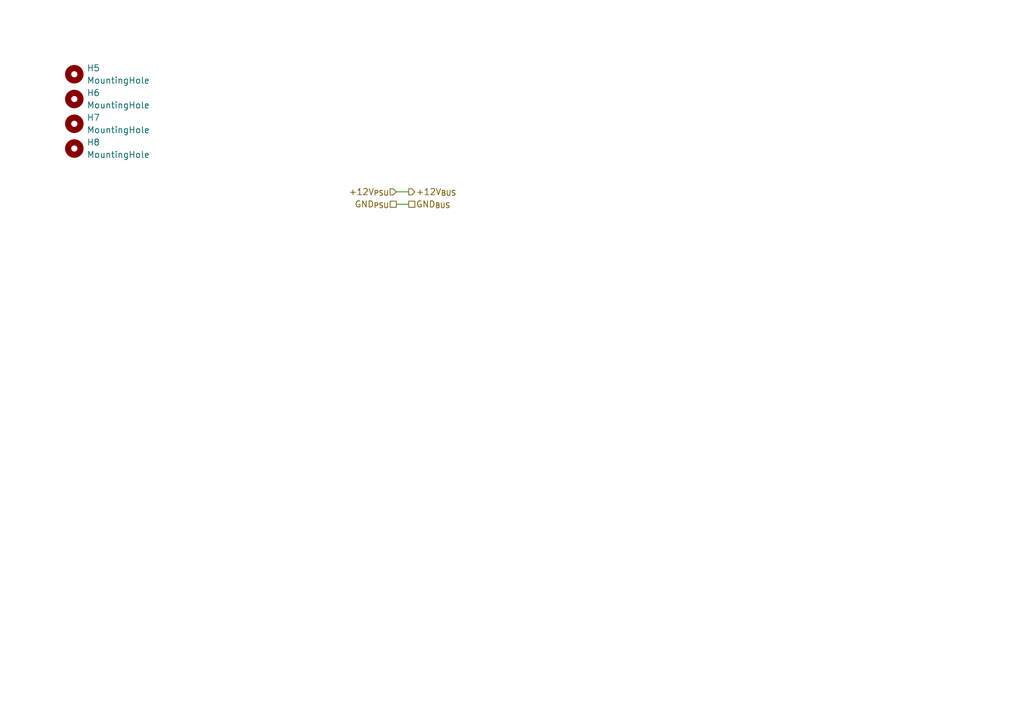
<source format=kicad_sch>
(kicad_sch (version 20250114) (generator "eeschema") (generator_version "9.0")
  (paper "A5")
  (title_block (title "Jumper") (rev "1") (company "Elias Sjögreen") (comment 1 "A jumper board used when you do not wish to use a second PSU or external UPS"))
  (lib_symbols
    (symbol "Mechanical:MountingHole" (pin_names (offset 1.016)) (in_bom no)
      (property "Reference" "H" (at 0 5.08 0))
      (property "Value" "MountingHole" (at 0 3.175 0))
      (symbol "MountingHole_0_1"
        (circle (center 0 0) (radius 1.27) (stroke (width 1.27)))
      )
    )
  )
  (wire (pts (xy 81.28 41.91) (xy 83.82 41.91)))
  (wire (pts (xy 81.28 39.37) (xy 83.82 39.37)))
  (hierarchical_label "GND_{BUS}" (shape passive) (at 83.82 41.91 0))
  (hierarchical_label "+12V_{PSU}" (shape input) (at 81.28 39.37 180))
  (hierarchical_label "GND_{PSU}" (shape passive) (at 81.28 41.91 180))
  (hierarchical_label "+12V_{BUS}" (shape output) (at 83.82 39.37 0))
  (symbol (lib_id "Mechanical:MountingHole") (at 15.24 15.24 0) (unit 1) (in_bom no)
    (property "Reference" "H5" (at 17.78 13.9699 0) (effects (justify left)))
    (property "Value" "MountingHole" (at 17.78 16.5099 0) (effects (justify left)))
    (property "Footprint" "MountingHole:MountingHole_3.2mm_M3" (effects (hide yes)))
    (property "Description" "Mounting Hole without connection" (effects (hide yes)))
  )
  (symbol (lib_id "Mechanical:MountingHole") (at 15.24 30.48 0) (unit 1) (in_bom no)
    (property "Reference" "H8" (at 17.78 29.2099 0) (effects (justify left)))
    (property "Value" "MountingHole" (at 17.78 31.7499 0) (effects (justify left)))
    (property "Footprint" "MountingHole:MountingHole_3.2mm_M3" (effects (hide yes)))
    (property "Description" "Mounting Hole without connection" (effects (hide yes)))
  )
  (symbol (lib_id "Mechanical:MountingHole") (at 15.24 25.4 0) (unit 1) (in_bom no)
    (property "Reference" "H7" (at 17.78 24.1299 0) (effects (justify left)))
    (property "Value" "MountingHole" (at 17.78 26.6699 0) (effects (justify left)))
    (property "Footprint" "MountingHole:MountingHole_3.2mm_M3" (effects (hide yes)))
    (property "Description" "Mounting Hole without connection" (effects (hide yes)))
  )
  (symbol (lib_id "Mechanical:MountingHole") (at 15.24 20.32 0) (unit 1) (in_bom no)
    (property "Reference" "H6" (at 17.78 19.0499 0) (effects (justify left)))
    (property "Value" "MountingHole" (at 17.78 21.5899 0) (effects (justify left)))
    (property "Footprint" "MountingHole:MountingHole_3.2mm_M3" (effects (hide yes)))
    (property "Description" "Mounting Hole without connection" (effects (hide yes)))
  )
)
</source>
